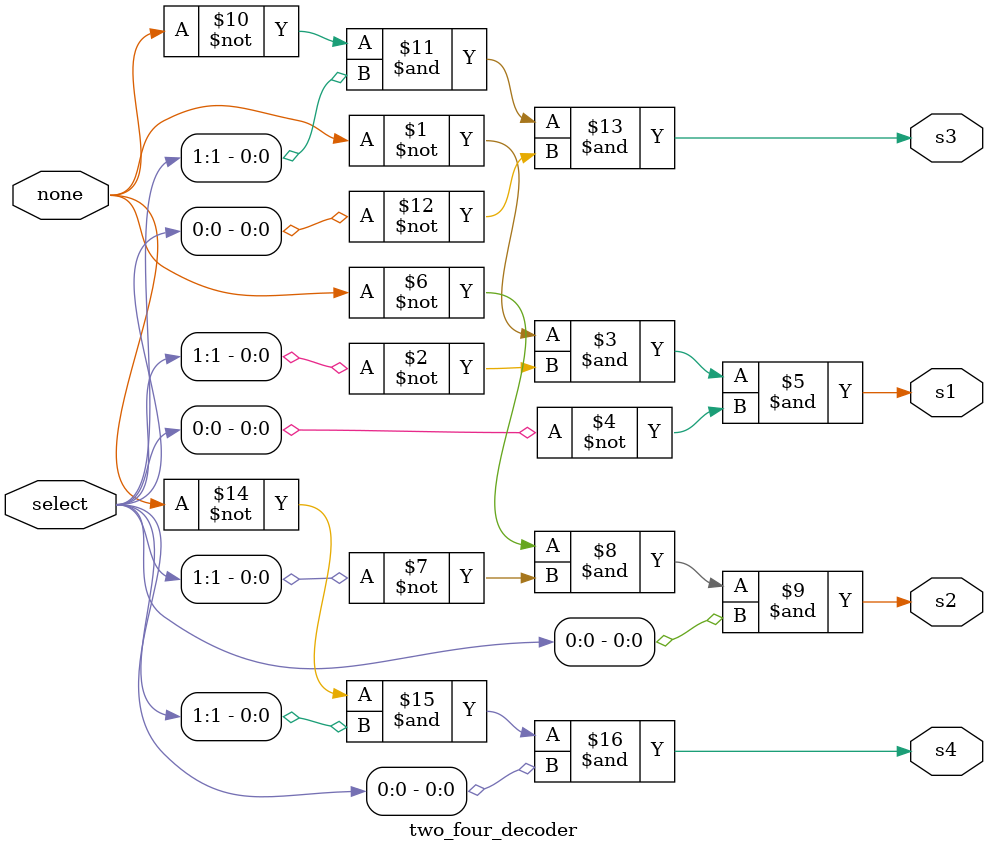
<source format=v>
module two_four_decoder(
    input none, //used to set all output signals to 0
    input [1:0] select,
    output s1, 
    output s2, 
    output s3, 
    output s4 
);

    assign s1 = ~none & ~select[1] & ~select[0];
    assign s2 = ~none & ~select[1] & select[0];
    assign s3 = ~none & select[1] & ~select[0];
    assign s4 = ~none & select[1] & select[0];

endmodule
</source>
